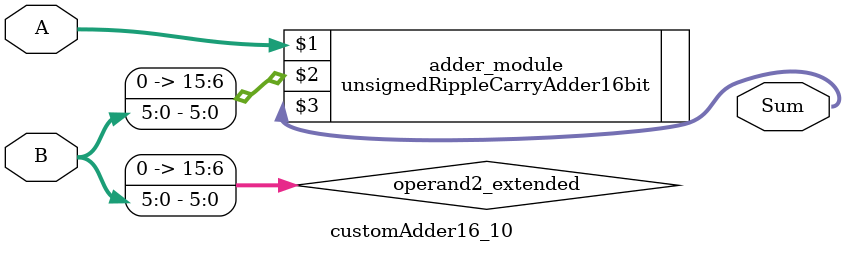
<source format=v>

module customAdder16_10(
                    input [15 : 0] A,
                    input [5 : 0] B,
                    
                    output [16 : 0] Sum
            );

    wire [15 : 0] operand2_extended;
    
    assign operand2_extended =  {10'b0, B};
    
    unsignedRippleCarryAdder16bit adder_module(
        A,
        operand2_extended,
        Sum
    );
    
endmodule
        
</source>
